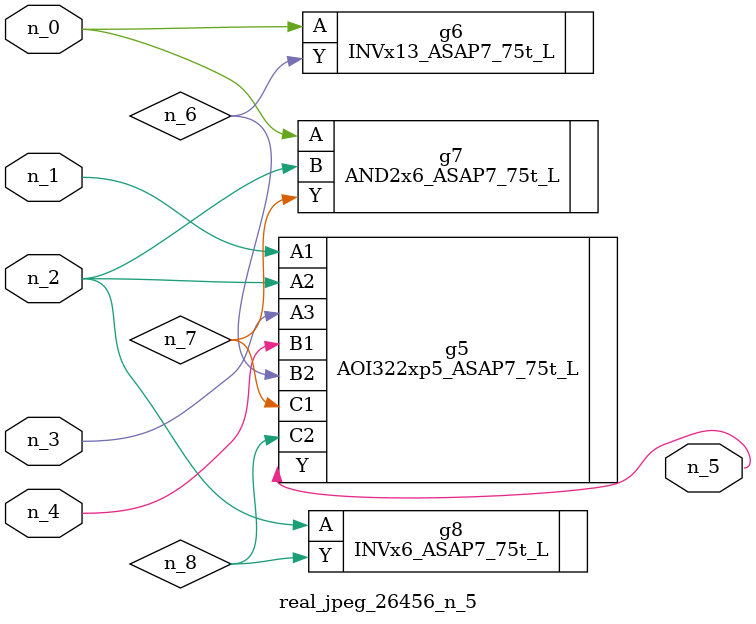
<source format=v>
module real_jpeg_26456_n_5 (n_4, n_0, n_1, n_2, n_3, n_5);

input n_4;
input n_0;
input n_1;
input n_2;
input n_3;

output n_5;

wire n_8;
wire n_6;
wire n_7;

INVx13_ASAP7_75t_L g6 ( 
.A(n_0),
.Y(n_6)
);

AND2x6_ASAP7_75t_L g7 ( 
.A(n_0),
.B(n_2),
.Y(n_7)
);

AOI322xp5_ASAP7_75t_L g5 ( 
.A1(n_1),
.A2(n_2),
.A3(n_3),
.B1(n_4),
.B2(n_6),
.C1(n_7),
.C2(n_8),
.Y(n_5)
);

INVx6_ASAP7_75t_L g8 ( 
.A(n_2),
.Y(n_8)
);


endmodule
</source>
